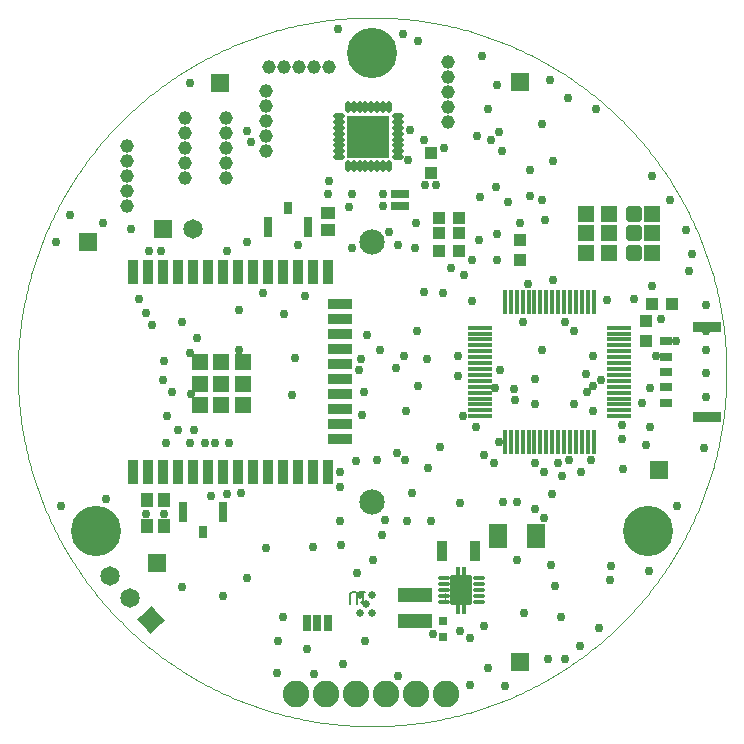
<source format=gts>
G04*
G04 #@! TF.GenerationSoftware,Altium Limited,Altium Designer,22.4.2 (48)*
G04*
G04 Layer_Color=8388736*
%FSLAX25Y25*%
%MOIN*%
G70*
G04*
G04 #@! TF.SameCoordinates,A5219701-5F61-4D45-AD81-8ED9BC4A77AE*
G04*
G04*
G04 #@! TF.FilePolarity,Negative*
G04*
G01*
G75*
%ADD14C,0.00787*%
%ADD17C,0.00004*%
%ADD18C,0.00700*%
%ADD19C,0.00400*%
%ADD31R,0.03150X0.06693*%
%ADD32R,0.03150X0.04331*%
%ADD37R,0.05236X0.05236*%
%ADD38R,0.07874X0.03543*%
%ADD39R,0.03543X0.07874*%
%ADD40R,0.02756X0.02559*%
%ADD42R,0.03740X0.06693*%
%ADD47R,0.06102X0.02559*%
G04:AMPARAMS|DCode=48|XSize=16.93mil|YSize=39.37mil|CornerRadius=4.94mil|HoleSize=0mil|Usage=FLASHONLY|Rotation=0.000|XOffset=0mil|YOffset=0mil|HoleType=Round|Shape=RoundedRectangle|*
%AMROUNDEDRECTD48*
21,1,0.01693,0.02950,0,0,0.0*
21,1,0.00706,0.03937,0,0,0.0*
1,1,0.00987,0.00353,-0.01475*
1,1,0.00987,-0.00353,-0.01475*
1,1,0.00987,-0.00353,0.01475*
1,1,0.00987,0.00353,0.01475*
%
%ADD48ROUNDEDRECTD48*%
G04:AMPARAMS|DCode=49|XSize=16.93mil|YSize=39.37mil|CornerRadius=4.94mil|HoleSize=0mil|Usage=FLASHONLY|Rotation=270.000|XOffset=0mil|YOffset=0mil|HoleType=Round|Shape=RoundedRectangle|*
%AMROUNDEDRECTD49*
21,1,0.01693,0.02950,0,0,270.0*
21,1,0.00706,0.03937,0,0,270.0*
1,1,0.00987,-0.01475,-0.00353*
1,1,0.00987,-0.01475,0.00353*
1,1,0.00987,0.01475,0.00353*
1,1,0.00987,0.01475,-0.00353*
%
%ADD49ROUNDEDRECTD49*%
G04:AMPARAMS|DCode=50|XSize=141.73mil|YSize=141.73mil|CornerRadius=4.99mil|HoleSize=0mil|Usage=FLASHONLY|Rotation=180.000|XOffset=0mil|YOffset=0mil|HoleType=Round|Shape=RoundedRectangle|*
%AMROUNDEDRECTD50*
21,1,0.14173,0.13175,0,0,180.0*
21,1,0.13175,0.14173,0,0,180.0*
1,1,0.00998,-0.06588,0.06588*
1,1,0.00998,0.06588,0.06588*
1,1,0.00998,0.06588,-0.06588*
1,1,0.00998,-0.06588,-0.06588*
%
%ADD50ROUNDEDRECTD50*%
%ADD51R,0.09252X0.03543*%
%ADD52R,0.04134X0.02953*%
%ADD53R,0.11221X0.04528*%
%ADD54R,0.03091X0.05591*%
G04:AMPARAMS|DCode=55|XSize=16.54mil|YSize=38.98mil|CornerRadius=4.74mil|HoleSize=0mil|Usage=FLASHONLY|Rotation=90.000|XOffset=0mil|YOffset=0mil|HoleType=Round|Shape=RoundedRectangle|*
%AMROUNDEDRECTD55*
21,1,0.01654,0.02950,0,0,90.0*
21,1,0.00706,0.03898,0,0,90.0*
1,1,0.00948,0.01475,0.00353*
1,1,0.00948,0.01475,-0.00353*
1,1,0.00948,-0.01475,-0.00353*
1,1,0.00948,-0.01475,0.00353*
%
%ADD55ROUNDEDRECTD55*%
G04:AMPARAMS|DCode=56|XSize=70.47mil|YSize=100mil|CornerRadius=4.71mil|HoleSize=0mil|Usage=FLASHONLY|Rotation=0.000|XOffset=0mil|YOffset=0mil|HoleType=Round|Shape=RoundedRectangle|*
%AMROUNDEDRECTD56*
21,1,0.07047,0.09059,0,0,0.0*
21,1,0.06106,0.10000,0,0,0.0*
1,1,0.00941,0.03053,-0.04530*
1,1,0.00941,-0.03053,-0.04530*
1,1,0.00941,-0.03053,0.04530*
1,1,0.00941,0.03053,0.04530*
%
%ADD56ROUNDEDRECTD56*%
%ADD57R,0.05315X0.05709*%
%ADD58R,0.04134X0.04134*%
%ADD59R,0.01575X0.08071*%
G04:AMPARAMS|DCode=60|XSize=80.71mil|YSize=15.75mil|CornerRadius=0mil|HoleSize=0mil|Usage=FLASHONLY|Rotation=90.000|XOffset=0mil|YOffset=0mil|HoleType=Round|Shape=Octagon|*
%AMOCTAGOND60*
4,1,8,0.00394,0.04035,-0.00394,0.04035,-0.00787,0.03642,-0.00787,-0.03642,-0.00394,-0.04035,0.00394,-0.04035,0.00787,-0.03642,0.00787,0.03642,0.00394,0.04035,0.0*
%
%ADD60OCTAGOND60*%

%ADD61R,0.08071X0.01575*%
%ADD62R,0.05906X0.08071*%
%ADD63R,0.04331X0.04724*%
%ADD64R,0.04134X0.04724*%
%ADD65R,0.04724X0.04134*%
%ADD66R,0.04134X0.04134*%
%ADD67R,0.01693X0.03347*%
%ADD68R,0.06496X0.06496*%
%ADD69C,0.08858*%
G04:AMPARAMS|DCode=70|XSize=55.12mil|YSize=55.12mil|CornerRadius=15.26mil|HoleSize=0mil|Usage=FLASHONLY|Rotation=180.000|XOffset=0mil|YOffset=0mil|HoleType=Round|Shape=RoundedRectangle|*
%AMROUNDEDRECTD70*
21,1,0.05512,0.02461,0,0,180.0*
21,1,0.02461,0.05512,0,0,180.0*
1,1,0.03051,-0.01230,0.01230*
1,1,0.03051,0.01230,0.01230*
1,1,0.03051,0.01230,-0.01230*
1,1,0.03051,-0.01230,-0.01230*
%
%ADD70ROUNDEDRECTD70*%
%ADD71R,0.05512X0.05512*%
%ADD72C,0.04600*%
%ADD73R,0.06496X0.06496*%
%ADD74C,0.06496*%
%ADD75P,0.09187X4X178.0*%
%ADD76C,0.16732*%
%ADD77C,0.08465*%
%ADD78C,0.02953*%
%ADD79C,0.02559*%
D14*
X130307Y60501D02*
Y63781D01*
X130963Y64437D01*
X132275D01*
X132931Y63781D01*
Y60501D01*
X134243Y64437D02*
X135555D01*
X134899D01*
Y60501D01*
X134243Y61157D01*
D17*
X137795Y19685D02*
X138793Y19689D01*
X139790Y19702D01*
X140787Y19723D01*
X141784Y19752D01*
X142781Y19790D01*
X143777Y19837D01*
X144773Y19891D01*
X145769Y19954D01*
X146764Y20026D01*
X147758Y20106D01*
X148751Y20194D01*
X149744Y20291D01*
X150736Y20396D01*
X151727Y20509D01*
X152717Y20631D01*
X153706Y20762D01*
X154693Y20900D01*
X155680Y21047D01*
X156665Y21202D01*
X157649Y21366D01*
X158632Y21538D01*
X159613Y21718D01*
X160592Y21906D01*
X161570Y22103D01*
X162546Y22308D01*
X163521Y22521D01*
X164493Y22742D01*
X165464Y22972D01*
X166432Y23209D01*
X167399Y23455D01*
X168364Y23709D01*
X169326Y23971D01*
X170286Y24242D01*
X171244Y24520D01*
X172199Y24807D01*
X173152Y25101D01*
X174102Y25404D01*
X175050Y25715D01*
X175996Y26033D01*
X176938Y26360D01*
X177878Y26694D01*
X178814Y27037D01*
X179748Y27387D01*
X180679Y27745D01*
X181607Y28111D01*
X182532Y28485D01*
X183453Y28867D01*
X184371Y29256D01*
X185286Y29654D01*
X186198Y30059D01*
X187106Y30471D01*
X188011Y30891D01*
X188911Y31319D01*
X189809Y31755D01*
X190702Y32198D01*
X191592Y32648D01*
X192478Y33106D01*
X193360Y33572D01*
X194239Y34045D01*
X195113Y34525D01*
X195983Y35013D01*
X196849Y35508D01*
X197710Y36010D01*
X198568Y36520D01*
X199421Y37037D01*
X200270Y37561D01*
X201114Y38092D01*
X201954Y38630D01*
X202789Y39175D01*
X203619Y39728D01*
X204445Y40287D01*
X205266Y40854D01*
X206082Y41427D01*
X206894Y42007D01*
X207700Y42594D01*
X208502Y43187D01*
X209298Y43788D01*
X210089Y44395D01*
X210876Y45009D01*
X211656Y45629D01*
X212432Y46256D01*
X213203Y46890D01*
X213967Y47530D01*
X214727Y48177D01*
X215481Y48829D01*
X216230Y49489D01*
X216973Y50154D01*
X217710Y50826D01*
X218442Y51504D01*
X219167Y52188D01*
X219887Y52878D01*
X220602Y53574D01*
X221310Y54277D01*
X222012Y54985D01*
X222709Y55699D01*
X223399Y56419D01*
X224083Y57145D01*
X224761Y57876D01*
X225433Y58614D01*
X226098Y59357D01*
X226758Y60105D01*
X227410Y60859D01*
X228057Y61619D01*
X228697Y62384D01*
X229330Y63154D01*
X229958Y63930D01*
X230578Y64711D01*
X231192Y65497D01*
X231799Y66288D01*
X232400Y67084D01*
X232994Y67886D01*
X233580Y68692D01*
X234161Y69504D01*
X234734Y70320D01*
X235300Y71141D01*
X235860Y71967D01*
X236412Y72797D01*
X236957Y73632D01*
X237496Y74472D01*
X238027Y75316D01*
X238551Y76165D01*
X239068Y77018D01*
X239578Y77875D01*
X240080Y78737D01*
X240575Y79603D01*
X241063Y80473D01*
X241543Y81347D01*
X242016Y82225D01*
X242482Y83107D01*
X242940Y83993D01*
X243390Y84883D01*
X243833Y85777D01*
X244269Y86674D01*
X244697Y87575D01*
X245117Y88480D01*
X245530Y89388D01*
X245935Y90299D01*
X246332Y91214D01*
X246722Y92132D01*
X247103Y93054D01*
X247477Y93978D01*
X247843Y94906D01*
X248201Y95837D01*
X248552Y96771D01*
X248894Y97708D01*
X249229Y98647D01*
X249556Y99590D01*
X249874Y100535D01*
X250185Y101483D01*
X250487Y102433D01*
X250782Y103386D01*
X251069Y104341D01*
X251347Y105299D01*
X251618Y106259D01*
X251880Y107221D01*
X252134Y108186D01*
X252380Y109153D01*
X252618Y110121D01*
X252847Y111092D01*
X253069Y112065D01*
X253282Y113039D01*
X253487Y114015D01*
X253683Y114993D01*
X253872Y115972D01*
X254052Y116953D01*
X254224Y117936D01*
X254387Y118920D01*
X254543Y119905D01*
X254690Y120892D01*
X254828Y121879D01*
X254959Y122868D01*
X255080Y123858D01*
X255194Y124849D01*
X255299Y125841D01*
X255396Y126834D01*
X255484Y127827D01*
X255564Y128821D01*
X255636Y129816D01*
X255699Y130812D01*
X255754Y131808D01*
X255800Y132804D01*
X255838Y133801D01*
X255868Y134798D01*
X255889Y135795D01*
X255901Y136792D01*
X255906Y137790D01*
Y137795D01*
X255901Y138793D01*
X255889Y139790D01*
X255868Y140787D01*
X255838Y141784D01*
X255800Y142781D01*
X255754Y143778D01*
X255699Y144773D01*
X255636Y145769D01*
X255564Y146764D01*
X255485Y147758D01*
X255396Y148751D01*
X255299Y149744D01*
X255194Y150736D01*
X255081Y151727D01*
X254959Y152717D01*
X254829Y153706D01*
X254690Y154694D01*
X254543Y155680D01*
X254388Y156666D01*
X254225Y157650D01*
X254053Y158632D01*
X253873Y159613D01*
X253684Y160593D01*
X253488Y161571D01*
X253283Y162547D01*
X253070Y163521D01*
X252848Y164494D01*
X252619Y165464D01*
X252381Y166433D01*
X252135Y167400D01*
X251881Y168365D01*
X251619Y169327D01*
X251348Y170287D01*
X251070Y171245D01*
X250783Y172200D01*
X250489Y173153D01*
X250186Y174104D01*
X249876Y175051D01*
X249557Y175997D01*
X249230Y176939D01*
X248896Y177879D01*
X248553Y178816D01*
X248203Y179750D01*
X247845Y180680D01*
X247479Y181608D01*
X247105Y182533D01*
X246723Y183455D01*
X246334Y184373D01*
X245936Y185288D01*
X245532Y186199D01*
X245119Y187107D01*
X244699Y188012D01*
X244271Y188913D01*
X243835Y189810D01*
X243392Y190704D01*
X242942Y191594D01*
X242483Y192480D01*
X242018Y193362D01*
X241545Y194240D01*
X241065Y195114D01*
X240577Y195984D01*
X240082Y196850D01*
X239579Y197712D01*
X239070Y198570D01*
X238553Y199423D01*
X238029Y200271D01*
X237498Y201116D01*
X236959Y201955D01*
X236414Y202790D01*
X235862Y203621D01*
X235302Y204447D01*
X234736Y205268D01*
X234163Y206084D01*
X233582Y206896D01*
X232996Y207702D01*
X232402Y208504D01*
X231801Y209300D01*
X231194Y210091D01*
X230580Y210877D01*
X229960Y211658D01*
X229332Y212434D01*
X228699Y213205D01*
X228059Y213969D01*
X227412Y214729D01*
X226760Y215483D01*
X226100Y216232D01*
X225435Y216975D01*
X224763Y217712D01*
X224085Y218443D01*
X223401Y219169D01*
X222710Y219889D01*
X222014Y220604D01*
X221312Y221312D01*
X220603Y222014D01*
X219889Y222710D01*
X219169Y223401D01*
X218443Y224085D01*
X217712Y224763D01*
X216975Y225435D01*
X216232Y226100D01*
X215483Y226760D01*
X214729Y227412D01*
X213969Y228059D01*
X213204Y228699D01*
X212434Y229333D01*
X211658Y229960D01*
X210877Y230580D01*
X210091Y231194D01*
X209300Y231801D01*
X208504Y232402D01*
X207702Y232996D01*
X206895Y233582D01*
X206084Y234163D01*
X205268Y234736D01*
X204447Y235302D01*
X203621Y235862D01*
X202790Y236414D01*
X201955Y236959D01*
X201115Y237498D01*
X200271Y238029D01*
X199423Y238553D01*
X198570Y239070D01*
X197712Y239579D01*
X196850Y240082D01*
X195984Y240577D01*
X195114Y241065D01*
X194240Y241545D01*
X193362Y242018D01*
X192480Y242483D01*
X191594Y242942D01*
X190704Y243392D01*
X189810Y243835D01*
X188913Y244271D01*
X188012Y244699D01*
X187107Y245119D01*
X186199Y245532D01*
X185288Y245936D01*
X184373Y246334D01*
X183454Y246723D01*
X182533Y247105D01*
X181608Y247479D01*
X180680Y247845D01*
X179749Y248203D01*
X178815Y248553D01*
X177879Y248896D01*
X176939Y249231D01*
X175996Y249557D01*
X175051Y249876D01*
X174103Y250186D01*
X173153Y250489D01*
X172200Y250783D01*
X171245Y251070D01*
X170287Y251348D01*
X169327Y251619D01*
X168364Y251881D01*
X167400Y252135D01*
X166433Y252381D01*
X165464Y252619D01*
X164494Y252848D01*
X163521Y253070D01*
X162547Y253283D01*
X161571Y253488D01*
X160593Y253684D01*
X159613Y253873D01*
X158632Y254053D01*
X157650Y254225D01*
X156666Y254388D01*
X155680Y254543D01*
X154694Y254690D01*
X153706Y254829D01*
X152717Y254959D01*
X151727Y255081D01*
X150736Y255194D01*
X149744Y255299D01*
X148751Y255396D01*
X147758Y255485D01*
X146764Y255564D01*
X145769Y255636D01*
X144773Y255699D01*
X143777Y255754D01*
X142781Y255800D01*
X141784Y255838D01*
X140787Y255868D01*
X139790Y255889D01*
X138793Y255901D01*
X137795Y255906D01*
X136798Y255901D01*
X135801Y255889D01*
X134803Y255868D01*
X133806Y255838D01*
X132809Y255800D01*
X131813Y255754D01*
X130817Y255699D01*
X129822Y255636D01*
X128827Y255564D01*
X127832Y255485D01*
X126839Y255396D01*
X125846Y255299D01*
X124854Y255194D01*
X123863Y255081D01*
X122873Y254959D01*
X121885Y254829D01*
X120897Y254690D01*
X119910Y254543D01*
X118925Y254388D01*
X117941Y254225D01*
X116958Y254053D01*
X115977Y253873D01*
X114998Y253684D01*
X114020Y253488D01*
X113044Y253283D01*
X112069Y253070D01*
X111097Y252848D01*
X110126Y252619D01*
X109157Y252381D01*
X108191Y252135D01*
X107226Y251881D01*
X106264Y251619D01*
X105304Y251348D01*
X104346Y251070D01*
X103390Y250783D01*
X102437Y250489D01*
X101487Y250186D01*
X100539Y249876D01*
X99594Y249557D01*
X98651Y249230D01*
X97712Y248896D01*
X96775Y248553D01*
X95841Y248203D01*
X94910Y247845D01*
X93982Y247479D01*
X93058Y247105D01*
X92136Y246723D01*
X91218Y246334D01*
X90303Y245936D01*
X89391Y245531D01*
X88483Y245119D01*
X87578Y244699D01*
X86677Y244271D01*
X85780Y243835D01*
X84886Y243392D01*
X83997Y242941D01*
X83111Y242483D01*
X82228Y242018D01*
X81350Y241545D01*
X80476Y241065D01*
X79606Y240577D01*
X78740Y240082D01*
X77878Y239579D01*
X77021Y239070D01*
X76168Y238553D01*
X75319Y238029D01*
X74475Y237498D01*
X73635Y236959D01*
X72800Y236414D01*
X71969Y235862D01*
X71144Y235302D01*
X70323Y234736D01*
X69506Y234162D01*
X68695Y233582D01*
X67888Y232995D01*
X67087Y232402D01*
X66291Y231801D01*
X65499Y231194D01*
X64713Y230580D01*
X63932Y229960D01*
X63156Y229332D01*
X62386Y228699D01*
X61621Y228059D01*
X60861Y227412D01*
X60107Y226759D01*
X59359Y226100D01*
X58616Y225435D01*
X57879Y224763D01*
X57147Y224085D01*
X56421Y223401D01*
X55701Y222710D01*
X54987Y222014D01*
X54279Y221312D01*
X53576Y220603D01*
X52880Y219889D01*
X52190Y219169D01*
X51506Y218443D01*
X50828Y217712D01*
X50156Y216974D01*
X49490Y216232D01*
X48831Y215483D01*
X48178Y214729D01*
X47532Y213969D01*
X46891Y213204D01*
X46258Y212434D01*
X45631Y211658D01*
X45010Y210877D01*
X44396Y210091D01*
X43789Y209300D01*
X43189Y208503D01*
X42595Y207702D01*
X42008Y206895D01*
X41428Y206084D01*
X40855Y205268D01*
X40288Y204447D01*
X39729Y203621D01*
X39176Y202790D01*
X38631Y201955D01*
X38093Y201115D01*
X37562Y200271D01*
X37038Y199423D01*
X36521Y198569D01*
X36011Y197712D01*
X35509Y196850D01*
X35014Y195984D01*
X34526Y195114D01*
X34045Y194240D01*
X33573Y193362D01*
X33107Y192480D01*
X32649Y191594D01*
X32198Y190704D01*
X31755Y189810D01*
X31320Y188913D01*
X30892Y188012D01*
X30472Y187107D01*
X30059Y186199D01*
X29654Y185288D01*
X29257Y184373D01*
X28867Y183454D01*
X28486Y182533D01*
X28112Y181608D01*
X27746Y180680D01*
X27387Y179749D01*
X27037Y178815D01*
X26695Y177879D01*
X26360Y176939D01*
X26033Y175996D01*
X25715Y175051D01*
X25404Y174103D01*
X25102Y173153D01*
X24807Y172200D01*
X24521Y171245D01*
X24242Y170287D01*
X23972Y169327D01*
X23709Y168364D01*
X23455Y167400D01*
X23210Y166433D01*
X22972Y165464D01*
X22742Y164494D01*
X22521Y163521D01*
X22308Y162547D01*
X22103Y161571D01*
X21906Y160593D01*
X21718Y159613D01*
X21538Y158632D01*
X21366Y157650D01*
X21202Y156666D01*
X21047Y155680D01*
X20900Y154694D01*
X20762Y153706D01*
X20631Y152717D01*
X20510Y151727D01*
X20396Y150736D01*
X20291Y149744D01*
X20194Y148751D01*
X20106Y147758D01*
X20026Y146764D01*
X19954Y145769D01*
X19891Y144773D01*
X19837Y143777D01*
X19790Y142781D01*
X19752Y141784D01*
X19723Y140787D01*
X19702Y139790D01*
X19689Y138793D01*
X19685Y137795D01*
X19689Y136798D01*
X19702Y135801D01*
X19723Y134803D01*
X19752Y133806D01*
X19790Y132809D01*
X19837Y131813D01*
X19891Y130817D01*
X19954Y129822D01*
X20026Y128827D01*
X20106Y127832D01*
X20194Y126839D01*
X20291Y125846D01*
X20396Y124854D01*
X20510Y123863D01*
X20631Y122873D01*
X20762Y121885D01*
X20900Y120897D01*
X21047Y119910D01*
X21202Y118925D01*
X21366Y117941D01*
X21538Y116958D01*
X21718Y115977D01*
X21906Y114998D01*
X22103Y114020D01*
X22308Y113044D01*
X22521Y112069D01*
X22742Y111097D01*
X22972Y110126D01*
X23210Y109157D01*
X23456Y108191D01*
X23710Y107226D01*
X23972Y106264D01*
X24242Y105304D01*
X24521Y104346D01*
X24807Y103390D01*
X25102Y102437D01*
X25404Y101487D01*
X25715Y100539D01*
X26034Y99594D01*
X26360Y98651D01*
X26695Y97712D01*
X27037Y96775D01*
X27387Y95841D01*
X27746Y94910D01*
X28112Y93982D01*
X28486Y93058D01*
X28868Y92136D01*
X29257Y91218D01*
X29654Y90303D01*
X30059Y89391D01*
X30472Y88483D01*
X30892Y87578D01*
X31320Y86677D01*
X31755Y85780D01*
X32199Y84886D01*
X32649Y83997D01*
X33107Y83111D01*
X33573Y82228D01*
X34046Y81350D01*
X34526Y80476D01*
X35014Y79606D01*
X35509Y78740D01*
X36011Y77878D01*
X36521Y77021D01*
X37038Y76168D01*
X37562Y75319D01*
X38093Y74475D01*
X38631Y73635D01*
X39177Y72800D01*
X39729Y71969D01*
X40288Y71144D01*
X40855Y70323D01*
X41428Y69506D01*
X42008Y68695D01*
X42595Y67888D01*
X43189Y67087D01*
X43789Y66291D01*
X44397Y65499D01*
X45011Y64713D01*
X45631Y63932D01*
X46258Y63156D01*
X46892Y62386D01*
X47532Y61621D01*
X48178Y60861D01*
X48831Y60107D01*
X49490Y59359D01*
X50156Y58616D01*
X50828Y57879D01*
X51506Y57147D01*
X52190Y56421D01*
X52880Y55701D01*
X53576Y54987D01*
X54279Y54279D01*
X54987Y53576D01*
X55701Y52880D01*
X56421Y52190D01*
X57147Y51506D01*
X57879Y50828D01*
X58616Y50156D01*
X59359Y49490D01*
X60107Y48831D01*
X60862Y48178D01*
X61621Y47532D01*
X62386Y46891D01*
X63156Y46258D01*
X63932Y45631D01*
X64713Y45010D01*
X65499Y44396D01*
X66291Y43789D01*
X67087Y43189D01*
X67889Y42595D01*
X68695Y42008D01*
X69507Y41428D01*
X70323Y40855D01*
X71144Y40288D01*
X71970Y39729D01*
X72800Y39176D01*
X73635Y38631D01*
X74475Y38093D01*
X75319Y37562D01*
X76168Y37038D01*
X77021Y36521D01*
X77879Y36011D01*
X78740Y35509D01*
X79606Y35014D01*
X80476Y34526D01*
X81350Y34045D01*
X82229Y33573D01*
X83111Y33107D01*
X83997Y32649D01*
X84887Y32198D01*
X85780Y31755D01*
X86678Y31320D01*
X87579Y30892D01*
X88483Y30472D01*
X89391Y30059D01*
X90303Y29654D01*
X91218Y29257D01*
X92136Y28867D01*
X93058Y28486D01*
X93982Y28112D01*
X94910Y27746D01*
X95841Y27387D01*
X96775Y27037D01*
X97712Y26695D01*
X98652Y26360D01*
X99594Y26033D01*
X100539Y25715D01*
X101487Y25404D01*
X102438Y25102D01*
X103391Y24807D01*
X104346Y24521D01*
X105304Y24242D01*
X106264Y23972D01*
X107226Y23709D01*
X108191Y23455D01*
X109158Y23210D01*
X110126Y22972D01*
X111097Y22742D01*
X112069Y22521D01*
X113044Y22308D01*
X114020Y22103D01*
X114998Y21906D01*
X115977Y21718D01*
X116958Y21538D01*
X117941Y21366D01*
X118925Y21202D01*
X119910Y21047D01*
X120896Y20900D01*
X121884Y20762D01*
X122873Y20631D01*
X123863Y20510D01*
X124854Y20396D01*
X125846Y20291D01*
X126839Y20194D01*
X127832Y20106D01*
X128826Y20026D01*
X129821Y19954D01*
X130817Y19891D01*
X131813Y19837D01*
X132809Y19790D01*
X133806Y19752D01*
X134803Y19723D01*
X135800Y19702D01*
X136797Y19689D01*
X137795Y19685D01*
D18*
X138577Y222244D02*
X135245D01*
X134579Y221578D01*
Y220245D01*
X135245Y219578D01*
X138577D01*
X137911Y218245D02*
X138577Y217579D01*
Y216246D01*
X137911Y215580D01*
X137244D01*
X136578Y216246D01*
Y216913D01*
Y216246D01*
X135912Y215580D01*
X135245D01*
X134579Y216246D01*
Y217579D01*
X135245Y218245D01*
D19*
X162067Y64042D02*
Y61543D01*
X162567Y61043D01*
X163566D01*
X164066Y61543D01*
Y64042D01*
X166565Y61043D02*
Y64042D01*
X165066Y62543D01*
X167065D01*
D31*
X116500Y186000D02*
D03*
X103114D02*
D03*
X88193Y91000D02*
D03*
X74807D02*
D03*
D32*
X109807Y192496D02*
D03*
X81500Y84504D02*
D03*
D37*
X94783Y141083D02*
D03*
Y133858D02*
D03*
Y126634D02*
D03*
X87559Y141083D02*
D03*
Y133858D02*
D03*
Y126634D02*
D03*
X80335Y141083D02*
D03*
Y133858D02*
D03*
Y126634D02*
D03*
D38*
X126969Y160295D02*
D03*
Y155295D02*
D03*
Y150295D02*
D03*
Y145295D02*
D03*
Y140295D02*
D03*
Y135295D02*
D03*
Y130295D02*
D03*
Y125295D02*
D03*
Y120295D02*
D03*
Y115295D02*
D03*
D39*
X58032Y171260D02*
D03*
X63032D02*
D03*
X68032D02*
D03*
X73032D02*
D03*
X78032D02*
D03*
X83032D02*
D03*
X88032D02*
D03*
X93032D02*
D03*
X98032D02*
D03*
X103032D02*
D03*
X108032D02*
D03*
X113032D02*
D03*
X118032D02*
D03*
X123032D02*
D03*
Y104331D02*
D03*
X118032D02*
D03*
X113032D02*
D03*
X108032D02*
D03*
X103032D02*
D03*
X98032D02*
D03*
X93032D02*
D03*
X88032D02*
D03*
X83032D02*
D03*
X78032D02*
D03*
X73032D02*
D03*
X68032D02*
D03*
X63032D02*
D03*
X58032D02*
D03*
D40*
X161500Y49343D02*
D03*
Y54658D02*
D03*
D42*
X172012Y78000D02*
D03*
X160988D02*
D03*
D47*
X147186Y197000D02*
D03*
Y193000D02*
D03*
D48*
X143468Y225988D02*
D03*
X141500D02*
D03*
X139532D02*
D03*
X137563D02*
D03*
X135594D02*
D03*
X133626D02*
D03*
X131658D02*
D03*
X129689D02*
D03*
Y206500D02*
D03*
X131658D02*
D03*
X133626D02*
D03*
X135594D02*
D03*
X137563D02*
D03*
X139532D02*
D03*
X141500D02*
D03*
X143468D02*
D03*
D49*
X126835Y223134D02*
D03*
Y221165D02*
D03*
Y219197D02*
D03*
Y217228D02*
D03*
Y215260D02*
D03*
Y213291D02*
D03*
Y211323D02*
D03*
Y209354D02*
D03*
X146323D02*
D03*
Y211323D02*
D03*
Y213291D02*
D03*
Y215260D02*
D03*
Y217228D02*
D03*
Y219197D02*
D03*
Y221165D02*
D03*
Y223134D02*
D03*
D50*
X136579Y216244D02*
D03*
D51*
X249315Y152854D02*
D03*
Y122736D02*
D03*
D52*
X235929Y137795D02*
D03*
Y132677D02*
D03*
Y142913D02*
D03*
Y148031D02*
D03*
Y127559D02*
D03*
D53*
X152165Y63602D02*
D03*
Y54941D02*
D03*
D54*
X116000Y54227D02*
D03*
X119500D02*
D03*
X123000D02*
D03*
D55*
X173374Y68980D02*
D03*
Y67012D02*
D03*
Y65043D02*
D03*
Y63075D02*
D03*
Y61106D02*
D03*
X161760D02*
D03*
Y63075D02*
D03*
Y65043D02*
D03*
Y67012D02*
D03*
Y68980D02*
D03*
D56*
X167567Y65043D02*
D03*
D57*
X209063Y184000D02*
D03*
X216937D02*
D03*
X209063Y177500D02*
D03*
X216937D02*
D03*
X209063Y190500D02*
D03*
X216937D02*
D03*
D58*
X166846Y178000D02*
D03*
X160154D02*
D03*
X166846Y189272D02*
D03*
X160154D02*
D03*
X166846Y184000D02*
D03*
X160154D02*
D03*
X231154Y160500D02*
D03*
X237846D02*
D03*
D59*
X187992Y114567D02*
D03*
X186024D02*
D03*
X189961D02*
D03*
X191929D02*
D03*
X193898D02*
D03*
X195866D02*
D03*
X197835D02*
D03*
X199803D02*
D03*
X201772D02*
D03*
X203740D02*
D03*
X205709D02*
D03*
X184055D02*
D03*
X211614D02*
D03*
X209646D02*
D03*
X207677D02*
D03*
X186024Y161024D02*
D03*
X184055D02*
D03*
X182087D02*
D03*
X209646D02*
D03*
X211614D02*
D03*
X187992D02*
D03*
X189961D02*
D03*
X191929D02*
D03*
X193898D02*
D03*
X195866D02*
D03*
X197835D02*
D03*
X199803D02*
D03*
X201772D02*
D03*
X203740D02*
D03*
X207677D02*
D03*
X205709D02*
D03*
D60*
X182087Y114567D02*
D03*
D61*
X220079Y148622D02*
D03*
Y150591D02*
D03*
Y152559D02*
D03*
Y125000D02*
D03*
Y123032D02*
D03*
Y146654D02*
D03*
Y144685D02*
D03*
Y142717D02*
D03*
Y140748D02*
D03*
Y138780D02*
D03*
Y136811D02*
D03*
Y134843D02*
D03*
Y132874D02*
D03*
Y130906D02*
D03*
Y126969D02*
D03*
Y128937D02*
D03*
X173622Y126969D02*
D03*
Y125000D02*
D03*
Y123032D02*
D03*
Y150591D02*
D03*
Y152559D02*
D03*
Y128937D02*
D03*
Y130906D02*
D03*
Y132874D02*
D03*
Y134843D02*
D03*
Y136811D02*
D03*
Y138780D02*
D03*
Y140748D02*
D03*
Y142717D02*
D03*
Y144685D02*
D03*
Y148622D02*
D03*
Y146654D02*
D03*
D62*
X192366Y83043D02*
D03*
X179768D02*
D03*
D63*
X68354Y86500D02*
D03*
X62646D02*
D03*
D64*
X68354Y95000D02*
D03*
X62646D02*
D03*
D65*
X123000Y185146D02*
D03*
Y190854D02*
D03*
D66*
X229000Y148154D02*
D03*
Y154846D02*
D03*
X187000Y181846D02*
D03*
Y175154D02*
D03*
X157500Y204154D02*
D03*
Y210846D02*
D03*
D67*
X166583Y58941D02*
D03*
X168551D02*
D03*
Y71146D02*
D03*
X166583D02*
D03*
D68*
X66000Y74000D02*
D03*
X187000Y41000D02*
D03*
D69*
X112480Y30315D02*
D03*
X142480D02*
D03*
X152480D02*
D03*
X162480D02*
D03*
X122480D02*
D03*
X132480D02*
D03*
D70*
X225047Y190500D02*
D03*
Y184000D02*
D03*
Y177500D02*
D03*
D71*
X230953Y190500D02*
D03*
Y184000D02*
D03*
Y177500D02*
D03*
D72*
X102500Y211500D02*
D03*
Y216500D02*
D03*
Y221500D02*
D03*
Y226500D02*
D03*
Y231500D02*
D03*
X123500Y239500D02*
D03*
X118500D02*
D03*
X113500D02*
D03*
X108500D02*
D03*
X103500D02*
D03*
X89131Y202500D02*
D03*
Y207500D02*
D03*
Y212500D02*
D03*
Y217500D02*
D03*
Y222500D02*
D03*
X75500Y202500D02*
D03*
Y207500D02*
D03*
Y212500D02*
D03*
Y217500D02*
D03*
Y222500D02*
D03*
X56000Y213000D02*
D03*
Y208000D02*
D03*
Y203000D02*
D03*
Y198000D02*
D03*
Y193000D02*
D03*
X163000Y221000D02*
D03*
Y226000D02*
D03*
Y231000D02*
D03*
Y236000D02*
D03*
Y241000D02*
D03*
D73*
X87000Y234000D02*
D03*
X43000Y181000D02*
D03*
X233500Y105000D02*
D03*
X187000Y234500D02*
D03*
X68000Y185500D02*
D03*
D74*
X78000D02*
D03*
X57180Y62314D02*
D03*
X50360Y69627D02*
D03*
D75*
X64000Y55000D02*
D03*
D76*
X229854Y84646D02*
D03*
X137795Y244094D02*
D03*
X45736Y84646D02*
D03*
D77*
X137795Y94488D02*
D03*
Y181102D02*
D03*
D78*
X150500Y218500D02*
D03*
X200726Y56274D02*
D03*
X217000Y68500D02*
D03*
X217319Y72976D02*
D03*
X197500Y73500D02*
D03*
X198914Y66414D02*
D03*
X194132Y85338D02*
D03*
X197681Y97000D02*
D03*
X195000Y89000D02*
D03*
X201000Y103000D02*
D03*
X221130Y120047D02*
D03*
X221500Y105500D02*
D03*
X221130Y115500D02*
D03*
X74354Y66146D02*
D03*
X170500Y33500D02*
D03*
Y49000D02*
D03*
X160500Y112811D02*
D03*
X175000Y110181D02*
D03*
X168139Y122958D02*
D03*
X148500Y143000D02*
D03*
X156000Y142000D02*
D03*
X153071Y133071D02*
D03*
X149000Y124795D02*
D03*
X145835Y139000D02*
D03*
X152646Y151354D02*
D03*
X151000Y97500D02*
D03*
X207000Y46500D02*
D03*
X176500Y39000D02*
D03*
X202000Y42000D02*
D03*
X188314Y57594D02*
D03*
X203500Y108500D02*
D03*
X207500Y104500D02*
D03*
X210728Y108500D02*
D03*
X211547Y124787D02*
D03*
X227819Y127500D02*
D03*
X230319Y119500D02*
D03*
Y132500D02*
D03*
X230000Y71500D02*
D03*
X195000Y104500D02*
D03*
X156502Y105681D02*
D03*
X178740Y132500D02*
D03*
X178500Y107500D02*
D03*
X192000D02*
D03*
X172542Y119542D02*
D03*
X127000Y104500D02*
D03*
Y99500D02*
D03*
X148000Y250500D02*
D03*
X153000Y248000D02*
D03*
X126500Y252000D02*
D03*
X77000Y234000D02*
D03*
X57500Y185500D02*
D03*
X32500Y181000D02*
D03*
X37000Y190000D02*
D03*
X49000Y95500D02*
D03*
X34000Y93000D02*
D03*
X128000Y40500D02*
D03*
X106000Y37500D02*
D03*
X106500Y48000D02*
D03*
X138000Y75000D02*
D03*
X127000Y88000D02*
D03*
X149500D02*
D03*
X157500D02*
D03*
X181500Y94500D02*
D03*
X186000D02*
D03*
X229000Y113500D02*
D03*
X234000Y155500D02*
D03*
X225000Y162000D02*
D03*
X243500Y171500D02*
D03*
X244500Y177000D02*
D03*
X242500Y185000D02*
D03*
X237000Y195000D02*
D03*
X231000Y203000D02*
D03*
X197000Y235000D02*
D03*
X190500Y205000D02*
D03*
Y196500D02*
D03*
X183000Y194500D02*
D03*
X131000Y179000D02*
D03*
X108500Y157000D02*
D03*
X115500Y163000D02*
D03*
X185000Y132000D02*
D03*
X166500Y136500D02*
D03*
X211500Y143000D02*
D03*
X203000Y229000D02*
D03*
X212500Y225500D02*
D03*
X143500Y184500D02*
D03*
X179354Y183646D02*
D03*
X179500Y175197D02*
D03*
X173500Y181681D02*
D03*
X127500Y80000D02*
D03*
X141000Y83500D02*
D03*
X118000Y79500D02*
D03*
X118500Y37000D02*
D03*
X175000Y53000D02*
D03*
X158000Y50500D02*
D03*
X146500Y36500D02*
D03*
X213500Y52500D02*
D03*
X167000Y51500D02*
D03*
X132677Y70823D02*
D03*
X142000Y88500D02*
D03*
X132500Y108000D02*
D03*
X139500Y108500D02*
D03*
X111000Y130000D02*
D03*
X112000Y142500D02*
D03*
X180069Y217736D02*
D03*
X181000Y211500D02*
D03*
X177500Y215000D02*
D03*
X130038Y192634D02*
D03*
X131034Y196994D02*
D03*
X123000Y196996D02*
D03*
X123500Y201500D02*
D03*
X194315Y145000D02*
D03*
X185326Y128568D02*
D03*
X199803Y107500D02*
D03*
X159000Y200000D02*
D03*
X155500D02*
D03*
X97500Y214500D02*
D03*
X96000Y218000D02*
D03*
X48000Y187500D02*
D03*
X174500Y243000D02*
D03*
X179500Y233500D02*
D03*
X176500Y225500D02*
D03*
X93500Y158500D02*
D03*
X101500Y164000D02*
D03*
X135000Y131000D02*
D03*
X136000Y150000D02*
D03*
X202000Y154500D02*
D03*
X205000Y151500D02*
D03*
X249000Y160000D02*
D03*
Y151500D02*
D03*
Y145000D02*
D03*
Y137500D02*
D03*
Y129500D02*
D03*
Y123000D02*
D03*
X248500Y112500D02*
D03*
X239500Y93000D02*
D03*
X182000Y33000D02*
D03*
X196500Y42000D02*
D03*
X135500Y48000D02*
D03*
X88000Y63000D02*
D03*
X108000Y56000D02*
D03*
X96000Y69000D02*
D03*
X102500Y79000D02*
D03*
X94000Y97500D02*
D03*
X89500Y97000D02*
D03*
X84000Y96500D02*
D03*
X67500Y178000D02*
D03*
X63500D02*
D03*
X60000Y162000D02*
D03*
X62500Y157500D02*
D03*
X64500Y153500D02*
D03*
X78500Y118500D02*
D03*
X68000Y135000D02*
D03*
X77500Y130500D02*
D03*
X93512Y145261D02*
D03*
X77181Y144000D02*
D03*
X79500Y149000D02*
D03*
X68500Y141500D02*
D03*
X69000Y114000D02*
D03*
X69500Y123000D02*
D03*
X73000Y118500D02*
D03*
X77000Y114000D02*
D03*
X71000Y131000D02*
D03*
X90000Y114000D02*
D03*
X85500D02*
D03*
X82000D02*
D03*
X62500Y90500D02*
D03*
X68500D02*
D03*
X166500Y143000D02*
D03*
X161500Y164000D02*
D03*
X209500Y131000D02*
D03*
X211524Y133024D02*
D03*
X214000Y135055D02*
D03*
X198000Y208000D02*
D03*
X195319Y188500D02*
D03*
X167000Y94181D02*
D03*
X146138Y110659D02*
D03*
X148819Y108360D02*
D03*
X155000Y164500D02*
D03*
X152000Y179000D02*
D03*
X163957Y172531D02*
D03*
X168319Y170000D02*
D03*
X171017Y161325D02*
D03*
X180500Y138500D02*
D03*
X189767Y167201D02*
D03*
X171016Y175197D02*
D03*
X134000Y142000D02*
D03*
X133500Y138500D02*
D03*
X140500Y145000D02*
D03*
X187000Y187500D02*
D03*
X231000Y166500D02*
D03*
X192142Y127000D02*
D03*
Y135500D02*
D03*
X192000Y92181D02*
D03*
X194500Y195000D02*
D03*
X173736Y196264D02*
D03*
X179210Y199500D02*
D03*
X194500Y220500D02*
D03*
X161814Y212314D02*
D03*
X155159Y215257D02*
D03*
X149812Y208313D02*
D03*
X141402Y197000D02*
D03*
X141500Y193000D02*
D03*
X198000Y168500D02*
D03*
X216000Y161710D02*
D03*
X96000Y181000D02*
D03*
X74500Y154500D02*
D03*
X116000Y45500D02*
D03*
X232500Y143000D02*
D03*
X209000Y137000D02*
D03*
X113000Y180066D02*
D03*
X186000Y75000D02*
D03*
X152500Y187319D02*
D03*
X172772Y216319D02*
D03*
X89500Y178000D02*
D03*
X205000Y127000D02*
D03*
X188205Y154500D02*
D03*
X180000Y114500D02*
D03*
X239000Y148000D02*
D03*
X146500Y180000D02*
D03*
X134500Y123500D02*
D03*
D79*
X140516Y220181D02*
D03*
Y216244D02*
D03*
Y212307D02*
D03*
X136579Y220181D02*
D03*
Y216244D02*
D03*
Y212307D02*
D03*
X132642Y220181D02*
D03*
Y216244D02*
D03*
Y212307D02*
D03*
X169535Y62090D02*
D03*
X165598D02*
D03*
Y67996D02*
D03*
X169535D02*
D03*
X167567Y65043D02*
D03*
X135807Y60437D02*
D03*
X137776Y57484D02*
D03*
X133839D02*
D03*
Y63390D02*
D03*
X137776D02*
D03*
M02*

</source>
